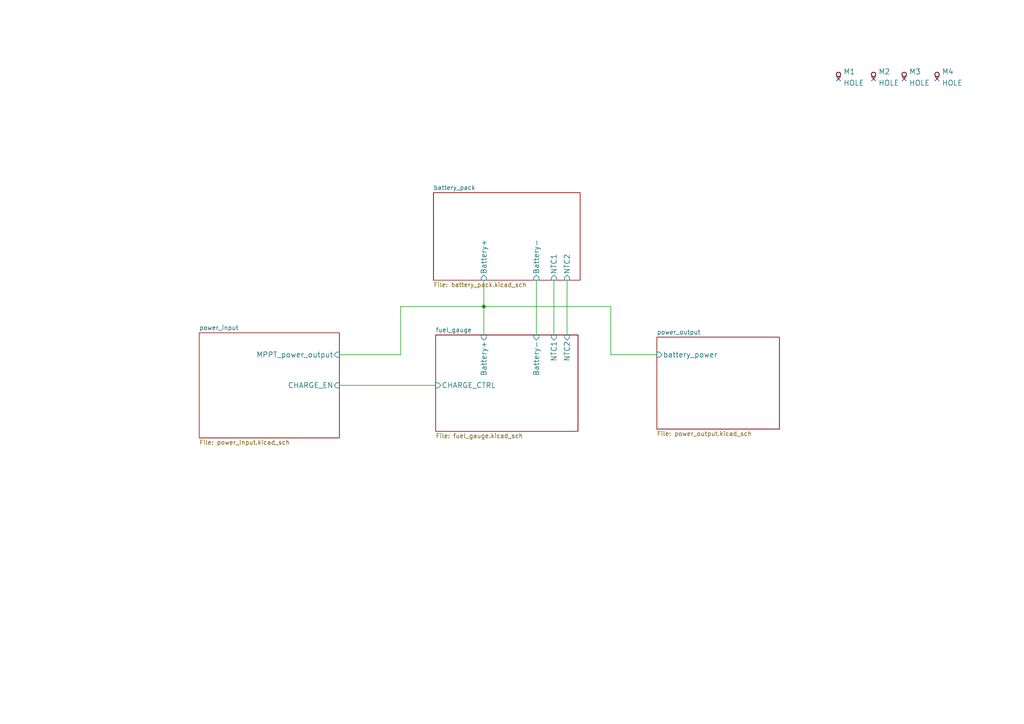
<source format=kicad_sch>
(kicad_sch (version 20211123) (generator eeschema)
  (paper "A4")
  (title_block (title "SOLARMINIBAT01A") (date "2022-07-20") (rev "A") (company "MLAB.cz") (comment 2 "Solar charged LTO Battery Managment System"))
  (lib_symbols
    (symbol "MLAB_MECHANICAL:HOLE" (pin_numbers hide) (pin_names (offset 1.016) hide)
      (property "Reference" "M" (at 0 2.54 0))
      (property "Value" "HOLE" (at 0 -2.54 0))
      (symbol "HOLE_0_1"
        (circle (center 0 0) (radius 0.635) (stroke (width 0.254)))
      )
      (symbol "HOLE_1_1"
        (pin input line (at 1.27 0 180) (length 0.635) (name "~") (number "1"))
      )
    )
  )
  (junction (at 140.335 88.9))
  (no_connect (at 262.255 22.86))
  (no_connect (at 271.78 22.86))
  (no_connect (at 243.205 22.86))
  (no_connect (at 253.365 22.86))
  (wire (pts (xy 177.165 102.87) (xy 190.5 102.87)))
  (wire (pts (xy 116.205 102.87) (xy 116.205 88.9)))
  (wire (pts (xy 160.655 81.28) (xy 160.655 97.155)))
  (wire (pts (xy 98.425 102.87) (xy 116.205 102.87)))
  (wire (pts (xy 155.575 81.28) (xy 155.575 97.155)))
  (wire (pts (xy 164.465 81.28) (xy 164.465 97.155)))
  (wire (pts (xy 140.335 88.9) (xy 140.335 97.155)))
  (wire (pts (xy 140.335 88.9) (xy 177.165 88.9)))
  (wire (pts (xy 116.205 88.9) (xy 140.335 88.9)))
  (wire (pts (xy 98.425 111.76) (xy 126.365 111.76)))
  (wire (pts (xy 177.165 88.9) (xy 177.165 102.87)))
  (wire (pts (xy 140.335 81.28) (xy 140.335 88.9)))
  (symbol (lib_id "MLAB_MECHANICAL:HOLE") (at 243.205 21.59 270) (unit 1)
    (property "Reference" "M1" (at 244.602 20.7793 90) (effects (font (size 1.524 1.524)) (justify left)))
    (property "Value" "HOLE" (at 244.602 24.0583 90) (effects (font (size 1.524 1.524)) (justify left)))
    (property "Footprint" "Mlab_Mechanical:MountingHole_3mm" (effects hide))
  )
  (symbol (lib_id "MLAB_MECHANICAL:HOLE") (at 253.365 21.59 270) (unit 1)
    (property "Reference" "M2" (at 254.762 20.7793 90) (effects (font (size 1.524 1.524)) (justify left)))
    (property "Value" "HOLE" (at 254.762 24.0583 90) (effects (font (size 1.524 1.524)) (justify left)))
    (property "Footprint" "Mlab_Mechanical:MountingHole_3mm" (effects hide))
  )
  (symbol (lib_id "MLAB_MECHANICAL:HOLE") (at 262.255 21.59 270) (unit 1)
    (property "Reference" "M3" (at 263.652 20.7793 90) (effects (font (size 1.524 1.524)) (justify left)))
    (property "Value" "HOLE" (at 263.652 24.0583 90) (effects (font (size 1.524 1.524)) (justify left)))
    (property "Footprint" "Mlab_Mechanical:MountingHole_3mm" (effects hide))
  )
  (symbol (lib_id "MLAB_MECHANICAL:HOLE") (at 271.78 21.59 270) (unit 1)
    (property "Reference" "M4" (at 273.177 20.7793 90) (effects (font (size 1.524 1.524)) (justify left)))
    (property "Value" "HOLE" (at 273.177 24.0583 90) (effects (font (size 1.524 1.524)) (justify left)))
    (property "Footprint" "Mlab_Mechanical:MountingHole_3mm" (effects hide))
  )
  (sheet (at 125.73 55.88) (size 42.545 25.4) (stroke (width 0.1524))
    (property "Sheet name" "battery_pack" (at 125.73 55.1684 0) (effects (justify left bottom)))
    (property "Sheet file" "battery_pack.kicad_sch" (at 125.73 81.8646 0) (effects (justify left top)))
    (pin "Battery+" input (at 140.335 81.28 270) (effects (font (size 1.524 1.524))))
    (pin "Battery-" input (at 155.575 81.28 270) (effects (font (size 1.524 1.524))))
    (pin "NTC1" input (at 160.655 81.28 270) (effects (font (size 1.524 1.524))))
    (pin "NTC2" input (at 164.465 81.28 270) (effects (font (size 1.524 1.524))))
  )
  (sheet (at 57.785 96.52) (size 40.64 30.48) (stroke (width 0.1524))
    (property "Sheet name" "power_input" (at 57.785 95.8084 0) (effects (justify left bottom)))
    (property "Sheet file" "power_input.kicad_sch" (at 57.785 127.5846 0) (effects (justify left top)))
    (pin "MPPT_power_output" input (at 98.425 102.87 0) (effects (font (size 1.524 1.524))))
    (pin "CHARGE_EN" input (at 98.425 111.76 0) (effects (font (size 1.524 1.524))))
  )
  (sheet (at 126.365 97.155) (size 41.275 27.94) (stroke (width 0.1524))
    (property "Sheet name" "fuel_gauge" (at 126.365 96.4434 0) (effects (justify left bottom)))
    (property "Sheet file" "fuel_gauge.kicad_sch" (at 126.365 125.6796 0) (effects (justify left top)))
    (pin "Battery-" input (at 155.575 97.155 90) (effects (font (size 1.524 1.524))))
    (pin "Battery+" input (at 140.335 97.155 90) (effects (font (size 1.524 1.524))))
    (pin "CHARGE_CTRL" input (at 126.365 111.76 180) (effects (font (size 1.524 1.524))))
    (pin "NTC1" input (at 160.655 97.155 90) (effects (font (size 1.524 1.524))))
    (pin "NTC2" input (at 164.465 97.155 90) (effects (font (size 1.524 1.524))))
  )
  (sheet (at 190.5 97.79) (size 35.56 26.67) (stroke (width 0.1524))
    (property "Sheet name" "power_output" (at 190.5 97.0784 0) (effects (justify left bottom)))
    (property "Sheet file" "power_output.kicad_sch" (at 190.5 125.0446 0) (effects (justify left top)))
    (pin "battery_power" input (at 190.5 102.87 180) (effects (font (size 1.524 1.524))))
  )
)
</source>
